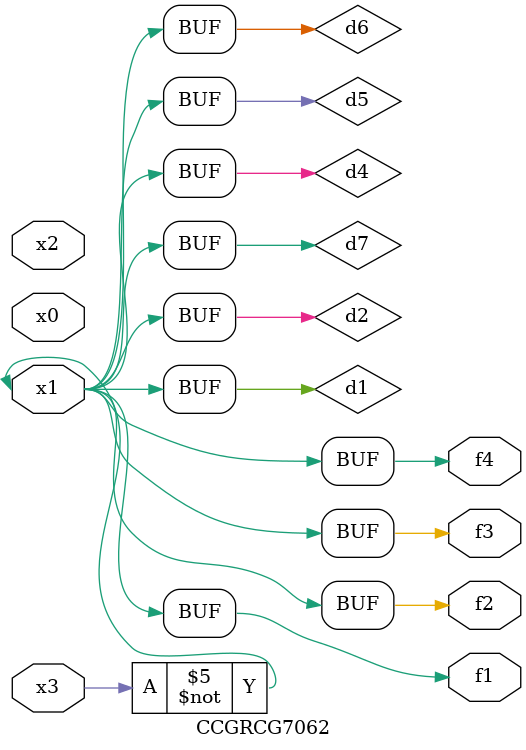
<source format=v>
module CCGRCG7062(
	input x0, x1, x2, x3,
	output f1, f2, f3, f4
);

	wire d1, d2, d3, d4, d5, d6, d7;

	not (d1, x3);
	buf (d2, x1);
	xnor (d3, d1, d2);
	nor (d4, d1);
	buf (d5, d1, d2);
	buf (d6, d4, d5);
	nand (d7, d4);
	assign f1 = d6;
	assign f2 = d7;
	assign f3 = d6;
	assign f4 = d6;
endmodule

</source>
